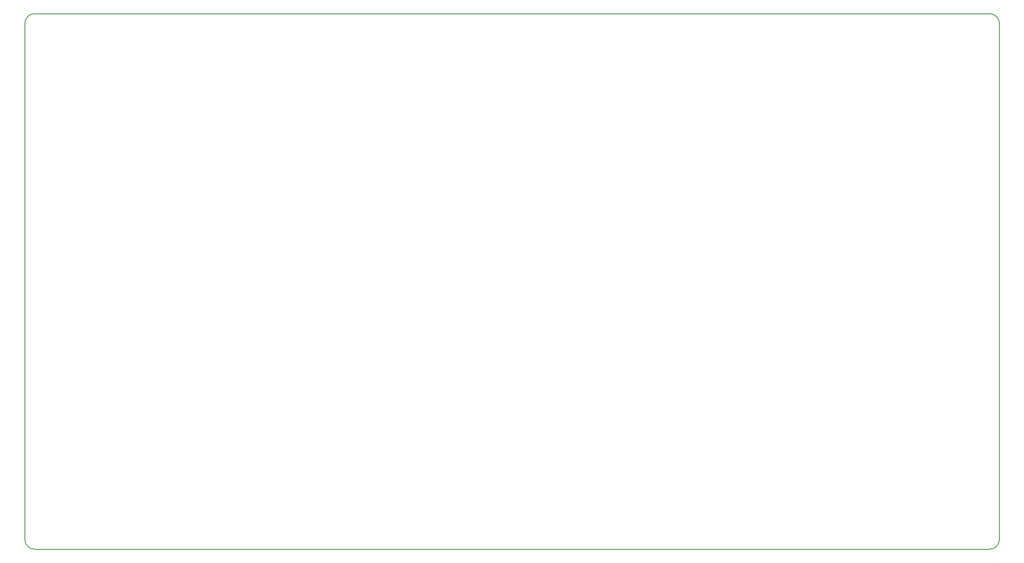
<source format=gko>
%FSLAX25Y25*%
%MOIN*%
G70*
G01*
G75*
G04 Layer_Color=16711935*
%ADD10C,0.01181*%
%ADD11O,0.05906X0.07874*%
%ADD12O,0.07874X0.05906*%
%ADD13O,0.19685X0.09843*%
%ADD14C,0.11024*%
%ADD15C,0.07874*%
%ADD16C,0.10236*%
%ADD17C,0.09843*%
%ADD18C,0.16535*%
%ADD19C,0.02362*%
%ADD20C,0.00787*%
%ADD21C,0.01000*%
%ADD22C,0.00394*%
%ADD23R,0.11811X0.27559*%
%ADD24R,0.62992X0.02173*%
%ADD25R,0.62992X0.02169*%
%ADD26R,0.04342X0.02173*%
%ADD27R,0.04343X0.02173*%
%ADD28R,0.13032X0.02173*%
%ADD29R,0.02169X0.02173*%
%ADD30R,0.04342X0.02173*%
%ADD31R,0.10862X0.02173*%
%ADD32R,0.02169X0.02173*%
%ADD33R,0.02173X0.02173*%
%ADD34R,0.04346X0.02173*%
%ADD35R,0.02173X0.02173*%
%ADD36R,0.04342X0.02169*%
%ADD37R,0.02173X0.02169*%
%ADD38R,0.02169X0.02169*%
%ADD39R,0.06516X0.02169*%
%ADD40R,0.02173X0.02169*%
%ADD41R,0.06516X0.02173*%
%ADD42R,0.10858X0.02173*%
%ADD43R,0.02173X0.02173*%
%ADD44R,0.04346X0.02173*%
%ADD45R,0.02169X0.02173*%
%ADD46R,0.30409X0.02169*%
%ADD47R,0.26067X0.02169*%
%ADD48R,0.13035X0.02173*%
%ADD49R,0.06516X0.02173*%
%ADD50R,0.04342X0.02169*%
%ADD51R,0.02173X0.02169*%
%ADD52R,0.02173X0.02169*%
%ADD53R,0.02169X0.02169*%
%ADD54R,0.06520X0.02173*%
%ADD55R,0.10862X0.02173*%
%ADD56R,0.04347X0.02173*%
%ADD57R,0.04347X0.02169*%
%ADD58R,0.04346X0.02169*%
%ADD59R,0.08689X0.02173*%
%ADD60R,0.21720X0.02169*%
%ADD61R,0.10858X0.02169*%
%ADD62R,0.06516X0.02169*%
%ADD63R,0.08689X0.02169*%
%ADD64R,0.06516X0.02173*%
%ADD65R,0.02169X0.02173*%
%ADD66R,0.02173X0.02173*%
%ADD67R,0.02169X0.02169*%
%ADD68R,0.04343X0.02173*%
%ADD69R,0.08689X0.02173*%
%ADD70O,0.06706X0.08674*%
%ADD71O,0.08674X0.06706*%
%ADD72C,0.00800*%
%ADD73O,0.20485X0.10642*%
%ADD74C,0.11824*%
%ADD75C,0.08674*%
%ADD76C,0.11036*%
%ADD77C,0.10642*%
%ADD78C,0.17335*%
%ADD79C,0.03162*%
D21*
X0Y11811D02*
G03*
X11811Y0I11811J0D01*
G01*
X11811Y649606D02*
G03*
X-0Y637795I0J-11811D01*
G01*
X1169291Y0D02*
G03*
X1181102Y11811I0J11811D01*
G01*
X1181102Y637795D02*
G03*
X1169291Y649606I-11811J0D01*
G01*
X11811Y0D02*
X1169291D01*
X1181102Y11811D02*
Y637795D01*
X11811Y649606D02*
X1169291D01*
X0Y11811D02*
Y637795D01*
M02*

</source>
